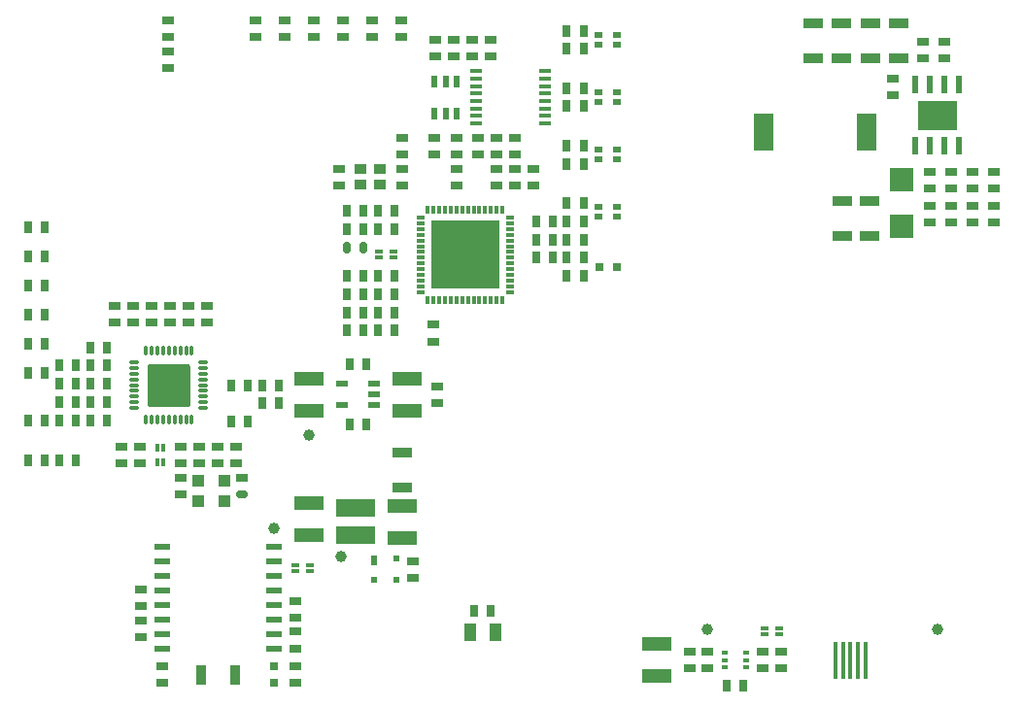
<source format=gbr>
%TF.GenerationSoftware,KiCad,Pcbnew,8.0.5*%
%TF.CreationDate,2024-09-26T23:09:47+07:00*%
%TF.ProjectId,HW.ACIM-DBG,48572e41-4349-44d2-9d44-42472e6b6963,0.1*%
%TF.SameCoordinates,Original*%
%TF.FileFunction,Paste,Top*%
%TF.FilePolarity,Positive*%
%FSLAX46Y46*%
G04 Gerber Fmt 4.6, Leading zero omitted, Abs format (unit mm)*
G04 Created by KiCad (PCBNEW 8.0.5) date 2024-09-26 23:09:47*
%MOMM*%
%LPD*%
G01*
G04 APERTURE LIST*
G04 Aperture macros list*
%AMRoundRect*
0 Rectangle with rounded corners*
0 $1 Rounding radius*
0 $2 $3 $4 $5 $6 $7 $8 $9 X,Y pos of 4 corners*
0 Add a 4 corners polygon primitive as box body*
4,1,4,$2,$3,$4,$5,$6,$7,$8,$9,$2,$3,0*
0 Add four circle primitives for the rounded corners*
1,1,$1+$1,$2,$3*
1,1,$1+$1,$4,$5*
1,1,$1+$1,$6,$7*
1,1,$1+$1,$8,$9*
0 Add four rect primitives between the rounded corners*
20,1,$1+$1,$2,$3,$4,$5,0*
20,1,$1+$1,$4,$5,$6,$7,0*
20,1,$1+$1,$6,$7,$8,$9,0*
20,1,$1+$1,$8,$9,$2,$3,0*%
G04 Aperture macros list end*
%ADD10R,0.650000X1.000000*%
%ADD11R,1.000000X0.650000*%
%ADD12R,2.500000X1.300000*%
%ADD13R,1.700000X3.200000*%
%ADD14R,0.600000X0.420000*%
%ADD15C,1.000000*%
%ADD16R,0.700000X0.300000*%
%ADD17R,1.700000X0.900000*%
%ADD18R,0.800000X0.500000*%
%ADD19R,0.350000X3.250000*%
%ADD20R,1.100000X0.600000*%
%ADD21R,1.450000X0.550000*%
%ADD22R,0.800000X0.800000*%
%ADD23RoundRect,0.162500X0.337500X-0.162500X0.337500X0.162500X-0.337500X0.162500X-0.337500X-0.162500X0*%
%ADD24R,1.000000X0.900000*%
%ADD25R,0.300000X0.700000*%
%ADD26R,0.610000X1.600000*%
%ADD27R,3.510000X2.620000*%
%ADD28R,1.100000X1.000000*%
%ADD29RoundRect,0.162500X-0.162500X-0.337500X0.162500X-0.337500X0.162500X0.337500X-0.162500X0.337500X0*%
%ADD30R,0.600000X0.900000*%
%ADD31R,0.600000X0.500000*%
%ADD32R,1.000000X1.500000*%
%ADD33R,0.900000X1.700000*%
%ADD34R,6.000000X6.000000*%
%ADD35R,1.000000X0.350000*%
%ADD36R,0.600000X1.100000*%
%ADD37R,3.500000X1.600000*%
%ADD38R,2.000000X2.000000*%
%ADD39O,0.900000X0.300000*%
%ADD40O,0.300000X0.900000*%
%ADD41RoundRect,0.185000X1.665000X1.665000X-1.665000X1.665000X-1.665000X-1.665000X1.665000X-1.665000X0*%
G04 APERTURE END LIST*
D10*
%TO.C,C43*%
X145700000Y-63050000D03*
X147150000Y-63050000D03*
%TD*%
D11*
%TO.C,R33*%
X153925000Y-43975000D03*
X153925000Y-42525000D03*
%TD*%
%TO.C,C4*%
X150887500Y-72687502D03*
X150887500Y-74137500D03*
%TD*%
D10*
%TO.C,C47*%
X163650000Y-59900000D03*
X162200000Y-59900000D03*
%TD*%
%TO.C,R47*%
X145700000Y-67850000D03*
X147150000Y-67850000D03*
%TD*%
D11*
%TO.C,C23*%
X127617000Y-65725200D03*
X127617000Y-67175200D03*
%TD*%
D10*
%TO.C,C26*%
X120650000Y-70900200D03*
X122100000Y-70900200D03*
%TD*%
D12*
%TO.C,C1*%
X147812700Y-85900000D03*
X147812700Y-83100000D03*
%TD*%
D10*
%TO.C,C38*%
X144450000Y-59000000D03*
X143000000Y-59000000D03*
%TD*%
%TO.C,R6*%
X115250000Y-75700200D03*
X116700000Y-75700200D03*
%TD*%
%TO.C,R2*%
X116700000Y-79180200D03*
X115250000Y-79180200D03*
%TD*%
D11*
%TO.C,R34*%
X155525000Y-43975000D03*
X155525000Y-42525000D03*
%TD*%
%TO.C,R26*%
X140132700Y-40775000D03*
X140132700Y-42225000D03*
%TD*%
%TO.C,R52*%
X195705000Y-55490000D03*
X195705000Y-54040002D03*
%TD*%
%TO.C,R48*%
X172875100Y-97305099D03*
X172875100Y-95855101D03*
%TD*%
D10*
%TO.C,R35*%
X162200000Y-43300000D03*
X163650000Y-43300000D03*
%TD*%
%TO.C,C48*%
X160950000Y-59900000D03*
X159500000Y-59900000D03*
%TD*%
D11*
%TO.C,C29*%
X130817000Y-65725200D03*
X130817000Y-67175200D03*
%TD*%
%TO.C,C45*%
X157675000Y-53725000D03*
X157675000Y-55175000D03*
%TD*%
D10*
%TO.C,R42*%
X162200000Y-56700000D03*
X163650000Y-56700000D03*
%TD*%
%TO.C,R16*%
X144450000Y-66250000D03*
X143000000Y-66250000D03*
%TD*%
D11*
%TO.C,C67*%
X197555000Y-58440000D03*
X197555000Y-56990002D03*
%TD*%
D13*
%TO.C,L2*%
X188340000Y-50515001D03*
X179339998Y-50515001D03*
%TD*%
D11*
%TO.C,C46*%
X156075000Y-53725000D03*
X156075000Y-55175000D03*
%TD*%
D14*
%TO.C,U9*%
X177825100Y-97230100D03*
X177825099Y-96580100D03*
X177825100Y-95930100D03*
X175925100Y-95930100D03*
X175925101Y-96580100D03*
X175925100Y-97230100D03*
%TD*%
D15*
%TO.C,TP3*%
X174475100Y-93930100D03*
%TD*%
D10*
%TO.C,R41*%
X162200000Y-58300000D03*
X163650000Y-58300000D03*
%TD*%
D11*
%TO.C,C36*%
X159275000Y-53725000D03*
X159275000Y-55175000D03*
%TD*%
D10*
%TO.C,R49*%
X117950000Y-79180200D03*
X119400000Y-79180200D03*
%TD*%
D16*
%TO.C,FT6*%
X147100000Y-61500000D03*
X145850000Y-61500000D03*
X145850000Y-61000000D03*
X147100000Y-61000000D03*
%TD*%
D17*
%TO.C,C5*%
X147812700Y-81500000D03*
X147812700Y-78500000D03*
%TD*%
D11*
%TO.C,R12*%
X123362700Y-79425000D03*
X123362700Y-77975000D03*
%TD*%
D10*
%TO.C,R40*%
X162200000Y-51700000D03*
X163650000Y-51700000D03*
%TD*%
D11*
%TO.C,C9*%
X180875100Y-95855100D03*
X180875100Y-97305100D03*
%TD*%
D10*
%TO.C,C28*%
X134392000Y-72600200D03*
X132942000Y-72600200D03*
%TD*%
D16*
%TO.C,FT11*%
X180700100Y-94304385D03*
X179450100Y-94304385D03*
X179450100Y-93804385D03*
X180700100Y-93804385D03*
%TD*%
D10*
%TO.C,C41*%
X143000000Y-64650000D03*
X144450000Y-64650000D03*
%TD*%
%TO.C,R22*%
X116700000Y-61400200D03*
X115250000Y-61400200D03*
%TD*%
D15*
%TO.C,TP4*%
X139737500Y-76962500D03*
%TD*%
D11*
%TO.C,C11*%
X174475100Y-97305099D03*
X174475100Y-95855101D03*
%TD*%
%TO.C,C3*%
X148762700Y-89374999D03*
X148762700Y-87925001D03*
%TD*%
D17*
%TO.C,C66*%
X188540000Y-59565001D03*
X188540000Y-56565001D03*
%TD*%
D10*
%TO.C,R5*%
X117950000Y-74100200D03*
X119400000Y-74100200D03*
%TD*%
D17*
%TO.C,C56*%
X191125000Y-41090000D03*
X191125000Y-44090000D03*
%TD*%
D18*
%TO.C,D2*%
X166575000Y-57050000D03*
X164975000Y-57050000D03*
X164975000Y-57950000D03*
X166575000Y-57950000D03*
%TD*%
D11*
%TO.C,C50*%
X152575000Y-53725000D03*
X152575000Y-55175000D03*
%TD*%
D19*
%TO.C,J2*%
X185625100Y-96580100D03*
X186275100Y-96580100D03*
X186925100Y-96580100D03*
X187575100Y-96580100D03*
X188225100Y-96580100D03*
%TD*%
D11*
%TO.C,C51*%
X150725000Y-42525000D03*
X150725000Y-43975000D03*
%TD*%
D10*
%TO.C,C53*%
X144712499Y-70750000D03*
X143262501Y-70750000D03*
%TD*%
%TO.C,R13*%
X117950000Y-70900200D03*
X119400000Y-70900200D03*
%TD*%
D11*
%TO.C,C49*%
X150575000Y-68800000D03*
X150575000Y-67350000D03*
%TD*%
%TO.C,R23*%
X137592700Y-40775000D03*
X137592700Y-42225000D03*
%TD*%
D12*
%TO.C,C2*%
X170075100Y-95180101D03*
X170075100Y-97980099D03*
%TD*%
D11*
%TO.C,R28*%
X145225000Y-40775000D03*
X145225000Y-42225000D03*
%TD*%
D10*
%TO.C,C31*%
X134392000Y-75800200D03*
X132942000Y-75800200D03*
%TD*%
D11*
%TO.C,C63*%
X195704999Y-58440000D03*
X195704999Y-56990002D03*
%TD*%
D17*
%TO.C,C65*%
X183624998Y-41090000D03*
X183624998Y-44090000D03*
%TD*%
D10*
%TO.C,FT8*%
X147150000Y-64650000D03*
X145700000Y-64650000D03*
%TD*%
D20*
%TO.C,U1*%
X145387500Y-74362501D03*
X145387499Y-73412501D03*
X145387500Y-72462501D03*
X142587500Y-72462501D03*
X142587500Y-74362501D03*
%TD*%
D11*
%TO.C,R9*%
X133362700Y-77975000D03*
X133362700Y-79425000D03*
%TD*%
D10*
%TO.C,R7*%
X119400000Y-75700200D03*
X117950000Y-75700200D03*
%TD*%
D11*
%TO.C,C13*%
X125062700Y-94550000D03*
X125062700Y-93100000D03*
%TD*%
%TO.C,C33*%
X142325000Y-55175000D03*
X142325000Y-53725000D03*
%TD*%
D10*
%TO.C,C37*%
X160950000Y-61500000D03*
X159500000Y-61500000D03*
%TD*%
D11*
%TO.C,R51*%
X195125000Y-42640002D03*
X195125000Y-44090000D03*
%TD*%
D10*
%TO.C,R37*%
X162200000Y-48300000D03*
X163650000Y-48300000D03*
%TD*%
D11*
%TO.C,C57*%
X193275000Y-42640002D03*
X193275000Y-44090000D03*
%TD*%
%TO.C,R46*%
X127432700Y-43475000D03*
X127432700Y-44925000D03*
%TD*%
D17*
%TO.C,C58*%
X188625000Y-41090000D03*
X188625000Y-44090000D03*
%TD*%
D21*
%TO.C,U3*%
X136662700Y-95550000D03*
X136662700Y-94280000D03*
X136662700Y-93010000D03*
X136662700Y-91740000D03*
X136662700Y-90470000D03*
X136662700Y-89200000D03*
X136662700Y-87930000D03*
X136662700Y-86660000D03*
X126962700Y-86660000D03*
X126962700Y-87930000D03*
X126962700Y-89200000D03*
X126962700Y-90470000D03*
X126962700Y-91740000D03*
X126962700Y-93010000D03*
X126962700Y-94280000D03*
X126962700Y-95550000D03*
%TD*%
D22*
%TO.C,D6*%
X136712700Y-97075000D03*
X136712700Y-98575000D03*
%TD*%
D10*
%TO.C,R3*%
X163649999Y-63100000D03*
X162200001Y-63100000D03*
%TD*%
D18*
%TO.C,D3*%
X166575000Y-52050000D03*
X164975000Y-52050000D03*
X164975000Y-52950000D03*
X166575000Y-52950000D03*
%TD*%
D11*
%TO.C,C30*%
X124962700Y-79425000D03*
X124962700Y-77975000D03*
%TD*%
%TO.C,C15*%
X126962700Y-98550000D03*
X126962700Y-97100000D03*
%TD*%
%TO.C,R30*%
X152325000Y-43975000D03*
X152325000Y-42525000D03*
%TD*%
D10*
%TO.C,R44*%
X143000000Y-67850000D03*
X144450000Y-67850000D03*
%TD*%
%TO.C,C42*%
X143000000Y-63050000D03*
X144450000Y-63050000D03*
%TD*%
%TO.C,C39*%
X145700000Y-57400000D03*
X147150000Y-57400000D03*
%TD*%
D11*
%TO.C,C19*%
X133867000Y-80675200D03*
D23*
X133867000Y-82125200D03*
%TD*%
D11*
%TO.C,C59*%
X193855000Y-58440000D03*
X193855000Y-56990002D03*
%TD*%
%TO.C,R27*%
X147752700Y-40775000D03*
X147752700Y-42225000D03*
%TD*%
D10*
%TO.C,R36*%
X162200000Y-41700000D03*
X163650000Y-41700000D03*
%TD*%
D15*
%TO.C,TP5*%
X194475100Y-93930100D03*
%TD*%
D10*
%TO.C,R17*%
X116700000Y-69020200D03*
X115250000Y-69020200D03*
%TD*%
D11*
%TO.C,C10*%
X179275100Y-95855100D03*
X179275100Y-97305100D03*
%TD*%
%TO.C,R53*%
X199405000Y-58440000D03*
X199405000Y-56990002D03*
%TD*%
D10*
%TO.C,FT1*%
X155587699Y-92300000D03*
X154137701Y-92300000D03*
%TD*%
D24*
%TO.C,U8*%
X145925000Y-55150000D03*
X145925000Y-53750000D03*
X144225000Y-53750000D03*
X144225000Y-55150000D03*
%TD*%
D18*
%TO.C,D4*%
X166575000Y-47050000D03*
X164975000Y-47050000D03*
X164975000Y-47950000D03*
X166575000Y-47950000D03*
%TD*%
D10*
%TO.C,R43*%
X177600099Y-98780100D03*
X176150101Y-98780100D03*
%TD*%
%TO.C,R14*%
X120650000Y-72500200D03*
X122100000Y-72500200D03*
%TD*%
D12*
%TO.C,C55*%
X139712700Y-85699999D03*
X139712700Y-82900001D03*
%TD*%
D11*
%TO.C,R54*%
X199405000Y-54040002D03*
X199405000Y-55490000D03*
%TD*%
D25*
%TO.C,FT2*%
X127017000Y-78075200D03*
X127017000Y-79325200D03*
X126517000Y-79325200D03*
X126517000Y-78075200D03*
%TD*%
D10*
%TO.C,R11*%
X119400000Y-72500200D03*
X117950000Y-72500200D03*
%TD*%
D26*
%TO.C,U10*%
X192585000Y-51765001D03*
X193855000Y-51765001D03*
X195125000Y-51765001D03*
X196395000Y-51765001D03*
X196395000Y-46365001D03*
X195125000Y-46365001D03*
X193855000Y-46365001D03*
X192585000Y-46365001D03*
D27*
X194490000Y-49065001D03*
%TD*%
D11*
%TO.C,C60*%
X190590000Y-45890002D03*
X190590000Y-47340000D03*
%TD*%
D10*
%TO.C,FT7*%
X143000000Y-57400000D03*
X144450000Y-57400000D03*
%TD*%
D28*
%TO.C,U4*%
X132362701Y-80950000D03*
X130062699Y-80950000D03*
X130062699Y-82700001D03*
X132362701Y-82700001D03*
%TD*%
D10*
%TO.C,R38*%
X162200000Y-46700000D03*
X163650000Y-46700000D03*
%TD*%
D15*
%TO.C,TP1*%
X136662700Y-85060000D03*
%TD*%
D11*
%TO.C,R32*%
X152575000Y-51025000D03*
X152575000Y-52475000D03*
%TD*%
D17*
%TO.C,C62*%
X186239998Y-59565001D03*
X186239998Y-56565001D03*
%TD*%
D11*
%TO.C,R4*%
X125062700Y-90400000D03*
X125062700Y-91850000D03*
%TD*%
D29*
%TO.C,R29*%
X144450000Y-60600000D03*
X143000000Y-60600000D03*
%TD*%
D11*
%TO.C,R50*%
X193855000Y-54040002D03*
X193855000Y-55490000D03*
%TD*%
D10*
%TO.C,R18*%
X116700000Y-71560200D03*
X115250000Y-71560200D03*
%TD*%
D15*
%TO.C,TP2*%
X142552700Y-87575000D03*
%TD*%
D11*
%TO.C,R1*%
X138562700Y-98550000D03*
X138562700Y-97100000D03*
%TD*%
D30*
%TO.C,D1*%
X145362700Y-87900000D03*
D31*
X145362700Y-89600000D03*
X147362700Y-89600000D03*
X147362700Y-87700000D03*
%TD*%
D32*
%TO.C,F1*%
X153762701Y-94150000D03*
X155962699Y-94150000D03*
%TD*%
D33*
%TO.C,C6*%
X133312700Y-97850000D03*
X130312700Y-97850000D03*
%TD*%
D11*
%TO.C,R45*%
X127432700Y-42225000D03*
X127432700Y-40775000D03*
%TD*%
D16*
%TO.C,U5*%
X149425000Y-58000000D03*
X149425000Y-58500000D03*
X149425000Y-59000000D03*
X149425000Y-59500000D03*
X149425000Y-60000000D03*
X149425000Y-60500000D03*
X149425000Y-61000000D03*
X149425000Y-61500000D03*
X149425000Y-62000000D03*
X149425000Y-62500000D03*
X149425000Y-63000000D03*
X149425000Y-63500000D03*
X149425000Y-64000000D03*
X149425000Y-64500000D03*
D25*
X150075000Y-65150000D03*
X150575000Y-65150000D03*
X151075000Y-65150000D03*
X151575000Y-65150000D03*
X152075000Y-65150000D03*
X152575000Y-65150000D03*
X153075000Y-65150000D03*
X153575000Y-65150000D03*
X154075000Y-65150000D03*
X154575000Y-65150000D03*
X155075000Y-65150000D03*
X155575000Y-65150000D03*
X156075000Y-65150000D03*
X156575000Y-65150000D03*
D16*
X157225000Y-64500000D03*
X157225000Y-64000000D03*
X157225000Y-63500000D03*
X157225000Y-63000000D03*
X157225000Y-62500000D03*
X157225000Y-62000000D03*
X157225000Y-61500000D03*
X157225000Y-61000000D03*
X157225000Y-60500000D03*
X157225000Y-60000000D03*
X157225000Y-59500000D03*
X157225000Y-59000000D03*
X157225000Y-58500000D03*
X157225000Y-58000000D03*
D25*
X156575000Y-57350000D03*
X156075000Y-57350000D03*
X155575000Y-57350000D03*
X155075000Y-57350000D03*
X154575000Y-57350000D03*
X154075000Y-57350000D03*
X153575000Y-57350000D03*
X153075000Y-57350000D03*
X152575000Y-57350000D03*
X152075000Y-57350000D03*
X151575000Y-57350000D03*
X151075000Y-57350000D03*
X150575000Y-57350000D03*
X150075000Y-57350000D03*
D34*
X153325000Y-61250000D03*
%TD*%
D11*
%TO.C,C44*%
X156075000Y-52475000D03*
X156075000Y-51025000D03*
%TD*%
D10*
%TO.C,R19*%
X116700000Y-63940200D03*
X115250000Y-63940200D03*
%TD*%
D35*
%TO.C,U7*%
X160275000Y-49775000D03*
X160275000Y-49125000D03*
X160275000Y-48475000D03*
X160275000Y-47825000D03*
X160275000Y-47175000D03*
X160275000Y-46525000D03*
X160275000Y-45875000D03*
X160275000Y-45225000D03*
X154275000Y-45225000D03*
X154275000Y-45875000D03*
X154275000Y-46525000D03*
X154275000Y-47175000D03*
X154275000Y-47825000D03*
X154275000Y-48475000D03*
X154275000Y-49125000D03*
X154275000Y-49775000D03*
%TD*%
D17*
%TO.C,C64*%
X186124999Y-41090000D03*
X186124999Y-44090000D03*
%TD*%
D10*
%TO.C,C8*%
X144712499Y-76062501D03*
X143262501Y-76062501D03*
%TD*%
D11*
%TO.C,C16*%
X138562700Y-92850000D03*
X138562700Y-91400000D03*
%TD*%
%TO.C,R24*%
X135052700Y-40775000D03*
X135052700Y-42225000D03*
%TD*%
%TO.C,C18*%
X128562700Y-79425000D03*
X128562700Y-77975000D03*
%TD*%
D10*
%TO.C,C14*%
X120650000Y-75700200D03*
X122100000Y-75700200D03*
%TD*%
%TO.C,C34*%
X145700000Y-66250000D03*
X147150000Y-66250000D03*
%TD*%
%TO.C,R15*%
X162200000Y-61500000D03*
X163650000Y-61500000D03*
%TD*%
D36*
%TO.C,U6*%
X150675000Y-48900000D03*
X151625000Y-48900000D03*
X152575000Y-48900000D03*
X152575000Y-46100000D03*
X151625000Y-46100000D03*
X150675000Y-46100000D03*
%TD*%
D11*
%TO.C,FT4*%
X124417000Y-65725200D03*
X124417000Y-67175200D03*
%TD*%
%TO.C,C12*%
X138562700Y-94100000D03*
X138562700Y-95550000D03*
%TD*%
D18*
%TO.C,D5*%
X166575000Y-42050000D03*
X164975000Y-42050000D03*
X164975000Y-42950000D03*
X166575000Y-42950000D03*
%TD*%
D22*
%TO.C,D7*%
X165025000Y-62300000D03*
X166525000Y-62300000D03*
%TD*%
D11*
%TO.C,C24*%
X122817000Y-67175200D03*
X122817000Y-65725200D03*
%TD*%
%TO.C,R8*%
X128562700Y-80675000D03*
X128562700Y-82125000D03*
%TD*%
D10*
%TO.C,R21*%
X116700000Y-58860200D03*
X115250000Y-58860200D03*
%TD*%
%TO.C,R10*%
X122100000Y-69300200D03*
X120650000Y-69300200D03*
%TD*%
%TO.C,C25*%
X135642000Y-74200200D03*
X137092000Y-74200200D03*
%TD*%
%TO.C,FT10*%
X160950000Y-58300000D03*
X159500000Y-58300000D03*
%TD*%
D11*
%TO.C,C61*%
X197555000Y-54040002D03*
X197555000Y-55490000D03*
%TD*%
D37*
%TO.C,L1*%
X143762700Y-85700000D03*
X143762700Y-83300000D03*
%TD*%
D11*
%TO.C,R25*%
X142672700Y-40775000D03*
X142672700Y-42225000D03*
%TD*%
D16*
%TO.C,FT3*%
X138577700Y-88315000D03*
X139827700Y-88315000D03*
X139827700Y-88815000D03*
X138577700Y-88815000D03*
%TD*%
D11*
%TO.C,C35*%
X147825000Y-51025000D03*
X147825000Y-52475000D03*
%TD*%
D10*
%TO.C,C40*%
X145700000Y-59000000D03*
X147150000Y-59000000D03*
%TD*%
%TO.C,R20*%
X116700000Y-66480200D03*
X115250000Y-66480200D03*
%TD*%
D11*
%TO.C,C21*%
X131762700Y-79425000D03*
X131762700Y-77975000D03*
%TD*%
D10*
%TO.C,C17*%
X120650000Y-74100200D03*
X122100000Y-74100200D03*
%TD*%
D11*
%TO.C,FT9*%
X157675000Y-51025000D03*
X157675000Y-52475000D03*
%TD*%
%TO.C,C32*%
X147825000Y-53725000D03*
X147825000Y-55175000D03*
%TD*%
%TO.C,C22*%
X129217000Y-65725200D03*
X129217000Y-67175200D03*
%TD*%
%TO.C,C20*%
X130162700Y-79425000D03*
X130162700Y-77975000D03*
%TD*%
D10*
%TO.C,R39*%
X162200000Y-53300000D03*
X163650000Y-53300000D03*
%TD*%
D12*
%TO.C,C54*%
X148237500Y-74812500D03*
X148237500Y-72012502D03*
%TD*%
D11*
%TO.C,C27*%
X126017000Y-65725200D03*
X126017000Y-67175200D03*
%TD*%
D38*
%TO.C,D8*%
X191340000Y-58715002D03*
X191340000Y-54715000D03*
%TD*%
D39*
%TO.C,U2*%
X130517000Y-74600200D03*
X130517000Y-74100200D03*
X130517000Y-73600200D03*
X130517000Y-73100200D03*
X130517000Y-72600200D03*
X130517000Y-72100200D03*
X130517000Y-71600200D03*
X130517000Y-71100200D03*
X130517000Y-70600200D03*
D40*
X129517000Y-69600200D03*
X129017000Y-69600200D03*
X128517000Y-69600200D03*
X128017000Y-69600200D03*
X127517000Y-69600200D03*
X127017000Y-69600200D03*
X126517000Y-69600200D03*
X126017000Y-69600200D03*
X125517000Y-69600200D03*
D39*
X124517000Y-70600200D03*
X124517000Y-71100200D03*
X124517000Y-71600200D03*
X124517000Y-72100200D03*
X124517000Y-72600200D03*
X124517000Y-73100200D03*
X124517000Y-73600200D03*
X124517000Y-74100200D03*
X124517000Y-74600200D03*
D40*
X125517000Y-75600200D03*
X126017000Y-75600200D03*
X126517000Y-75600200D03*
X127017000Y-75600200D03*
X127517000Y-75600200D03*
X128017000Y-75600200D03*
X128517000Y-75600200D03*
X129017000Y-75600200D03*
X129517000Y-75600200D03*
D41*
X127517000Y-72600200D03*
%TD*%
D10*
%TO.C,FT5*%
X137092000Y-72600200D03*
X135642000Y-72600200D03*
%TD*%
D12*
%TO.C,C7*%
X139737500Y-74812500D03*
X139737500Y-72012502D03*
%TD*%
D11*
%TO.C,C52*%
X154475000Y-52475000D03*
X154475000Y-51025000D03*
%TD*%
%TO.C,R31*%
X150675000Y-51025000D03*
X150675000Y-52475000D03*
%TD*%
M02*

</source>
